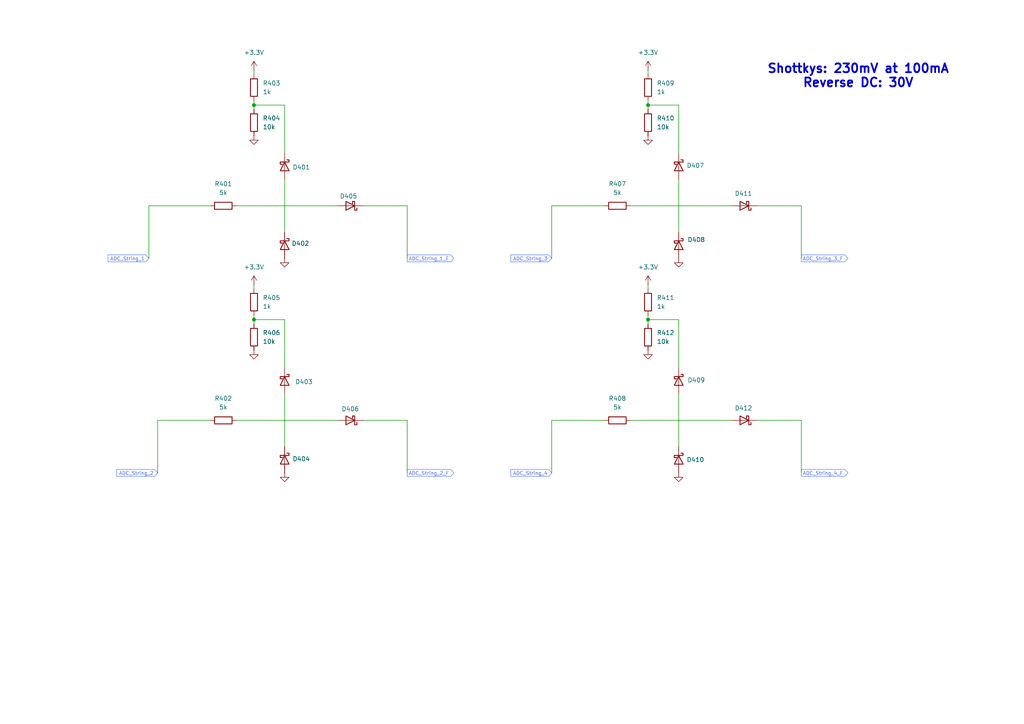
<source format=kicad_sch>
(kicad_sch
	(version 20231120)
	(generator "eeschema")
	(generator_version "8.0")
	(uuid "93a021b1-b216-4720-9f47-661b15bc4676")
	(paper "A4")
	(lib_symbols
		(symbol "Device:R"
			(pin_numbers hide)
			(pin_names
				(offset 0)
			)
			(exclude_from_sim no)
			(in_bom yes)
			(on_board yes)
			(property "Reference" "R"
				(at 2.032 0 90)
				(effects
					(font
						(size 1.27 1.27)
					)
				)
			)
			(property "Value" "R"
				(at 0 0 90)
				(effects
					(font
						(size 1.27 1.27)
					)
				)
			)
			(property "Footprint" ""
				(at -1.778 0 90)
				(effects
					(font
						(size 1.27 1.27)
					)
					(hide yes)
				)
			)
			(property "Datasheet" "~"
				(at 0 0 0)
				(effects
					(font
						(size 1.27 1.27)
					)
					(hide yes)
				)
			)
			(property "Description" "Resistor"
				(at 0 0 0)
				(effects
					(font
						(size 1.27 1.27)
					)
					(hide yes)
				)
			)
			(property "ki_keywords" "R res resistor"
				(at 0 0 0)
				(effects
					(font
						(size 1.27 1.27)
					)
					(hide yes)
				)
			)
			(property "ki_fp_filters" "R_*"
				(at 0 0 0)
				(effects
					(font
						(size 1.27 1.27)
					)
					(hide yes)
				)
			)
			(symbol "R_0_1"
				(rectangle
					(start -1.016 -2.54)
					(end 1.016 2.54)
					(stroke
						(width 0.254)
						(type default)
					)
					(fill
						(type none)
					)
				)
			)
			(symbol "R_1_1"
				(pin passive line
					(at 0 3.81 270)
					(length 1.27)
					(name "~"
						(effects
							(font
								(size 1.27 1.27)
							)
						)
					)
					(number "1"
						(effects
							(font
								(size 1.27 1.27)
							)
						)
					)
				)
				(pin passive line
					(at 0 -3.81 90)
					(length 1.27)
					(name "~"
						(effects
							(font
								(size 1.27 1.27)
							)
						)
					)
					(number "2"
						(effects
							(font
								(size 1.27 1.27)
							)
						)
					)
				)
			)
		)
		(symbol "Diode:MBR0520LT"
			(pin_numbers hide)
			(pin_names
				(offset 1.016) hide)
			(exclude_from_sim no)
			(in_bom yes)
			(on_board yes)
			(property "Reference" "D"
				(at 0 2.54 0)
				(effects
					(font
						(size 1.27 1.27)
					)
				)
			)
			(property "Value" "MBR0520LT"
				(at 0 -2.54 0)
				(effects
					(font
						(size 1.27 1.27)
					)
				)
			)
			(property "Footprint" "Diode_SMD:D_SOD-123"
				(at 0 -4.445 0)
				(effects
					(font
						(size 1.27 1.27)
					)
					(hide yes)
				)
			)
			(property "Datasheet" "http://www.onsemi.com/pub_link/Collateral/MBR0520LT1-D.PDF"
				(at 0 0 0)
				(effects
					(font
						(size 1.27 1.27)
					)
					(hide yes)
				)
			)
			(property "Description" "20V 0.5A Schottky Power Rectifier Diode, SOD-123"
				(at 0 0 0)
				(effects
					(font
						(size 1.27 1.27)
					)
					(hide yes)
				)
			)
			(property "ki_keywords" "diode Schottky"
				(at 0 0 0)
				(effects
					(font
						(size 1.27 1.27)
					)
					(hide yes)
				)
			)
			(property "ki_fp_filters" "D*SOD?123*"
				(at 0 0 0)
				(effects
					(font
						(size 1.27 1.27)
					)
					(hide yes)
				)
			)
			(symbol "MBR0520LT_0_1"
				(polyline
					(pts
						(xy 1.27 0) (xy -1.27 0)
					)
					(stroke
						(width 0)
						(type default)
					)
					(fill
						(type none)
					)
				)
				(polyline
					(pts
						(xy 1.27 1.27) (xy 1.27 -1.27) (xy -1.27 0) (xy 1.27 1.27)
					)
					(stroke
						(width 0.254)
						(type default)
					)
					(fill
						(type none)
					)
				)
				(polyline
					(pts
						(xy -1.905 0.635) (xy -1.905 1.27) (xy -1.27 1.27) (xy -1.27 -1.27) (xy -0.635 -1.27) (xy -0.635 -0.635)
					)
					(stroke
						(width 0.254)
						(type default)
					)
					(fill
						(type none)
					)
				)
			)
			(symbol "MBR0520LT_1_1"
				(pin passive line
					(at -3.81 0 0)
					(length 2.54)
					(name "K"
						(effects
							(font
								(size 1.27 1.27)
							)
						)
					)
					(number "1"
						(effects
							(font
								(size 1.27 1.27)
							)
						)
					)
				)
				(pin passive line
					(at 3.81 0 180)
					(length 2.54)
					(name "A"
						(effects
							(font
								(size 1.27 1.27)
							)
						)
					)
					(number "2"
						(effects
							(font
								(size 1.27 1.27)
							)
						)
					)
				)
			)
		)
		(symbol "power:+3.3V"
			(power)
			(pin_numbers hide)
			(pin_names
				(offset 0) hide)
			(exclude_from_sim no)
			(in_bom yes)
			(on_board yes)
			(property "Reference" "#PWR"
				(at 0 -3.81 0)
				(effects
					(font
						(size 1.27 1.27)
					)
					(hide yes)
				)
			)
			(property "Value" "+3.3V"
				(at 0 3.556 0)
				(effects
					(font
						(size 1.27 1.27)
					)
				)
			)
			(property "Footprint" ""
				(at 0 0 0)
				(effects
					(font
						(size 1.27 1.27)
					)
					(hide yes)
				)
			)
			(property "Datasheet" ""
				(at 0 0 0)
				(effects
					(font
						(size 1.27 1.27)
					)
					(hide yes)
				)
			)
			(property "Description" "Power symbol creates a global label with name \"+3.3V\""
				(at 0 0 0)
				(effects
					(font
						(size 1.27 1.27)
					)
					(hide yes)
				)
			)
			(property "ki_keywords" "global power"
				(at 0 0 0)
				(effects
					(font
						(size 1.27 1.27)
					)
					(hide yes)
				)
			)
			(symbol "+3.3V_0_1"
				(polyline
					(pts
						(xy -0.762 1.27) (xy 0 2.54)
					)
					(stroke
						(width 0)
						(type default)
					)
					(fill
						(type none)
					)
				)
				(polyline
					(pts
						(xy 0 0) (xy 0 2.54)
					)
					(stroke
						(width 0)
						(type default)
					)
					(fill
						(type none)
					)
				)
				(polyline
					(pts
						(xy 0 2.54) (xy 0.762 1.27)
					)
					(stroke
						(width 0)
						(type default)
					)
					(fill
						(type none)
					)
				)
			)
			(symbol "+3.3V_1_1"
				(pin power_in line
					(at 0 0 90)
					(length 0)
					(name "~"
						(effects
							(font
								(size 1.27 1.27)
							)
						)
					)
					(number "1"
						(effects
							(font
								(size 1.27 1.27)
							)
						)
					)
				)
			)
		)
		(symbol "power:GND"
			(power)
			(pin_numbers hide)
			(pin_names
				(offset 0) hide)
			(exclude_from_sim no)
			(in_bom yes)
			(on_board yes)
			(property "Reference" "#PWR"
				(at 0 -6.35 0)
				(effects
					(font
						(size 1.27 1.27)
					)
					(hide yes)
				)
			)
			(property "Value" "GND"
				(at 0 -3.81 0)
				(effects
					(font
						(size 1.27 1.27)
					)
				)
			)
			(property "Footprint" ""
				(at 0 0 0)
				(effects
					(font
						(size 1.27 1.27)
					)
					(hide yes)
				)
			)
			(property "Datasheet" ""
				(at 0 0 0)
				(effects
					(font
						(size 1.27 1.27)
					)
					(hide yes)
				)
			)
			(property "Description" "Power symbol creates a global label with name \"GND\" , ground"
				(at 0 0 0)
				(effects
					(font
						(size 1.27 1.27)
					)
					(hide yes)
				)
			)
			(property "ki_keywords" "global power"
				(at 0 0 0)
				(effects
					(font
						(size 1.27 1.27)
					)
					(hide yes)
				)
			)
			(symbol "GND_0_1"
				(polyline
					(pts
						(xy 0 0) (xy 0 -1.27) (xy 1.27 -1.27) (xy 0 -2.54) (xy -1.27 -1.27) (xy 0 -1.27)
					)
					(stroke
						(width 0)
						(type default)
					)
					(fill
						(type none)
					)
				)
			)
			(symbol "GND_1_1"
				(pin power_in line
					(at 0 0 270)
					(length 0)
					(name "~"
						(effects
							(font
								(size 1.27 1.27)
							)
						)
					)
					(number "1"
						(effects
							(font
								(size 1.27 1.27)
							)
						)
					)
				)
			)
		)
	)
	(junction
		(at 73.66 92.71)
		(diameter 0)
		(color 0 0 0 0)
		(uuid "1154260b-4de5-4f53-beaf-d95da6cbcda8")
	)
	(junction
		(at 73.66 30.48)
		(diameter 0)
		(color 0 0 0 0)
		(uuid "3388618d-d1ca-4c65-a791-2cbd460af2c5")
	)
	(junction
		(at 187.96 92.71)
		(diameter 0)
		(color 0 0 0 0)
		(uuid "464024e2-5bc5-4883-bcb5-29e53aaec843")
	)
	(junction
		(at 187.96 30.48)
		(diameter 0)
		(color 0 0 0 0)
		(uuid "8cb36645-71e6-4c17-89ad-60c2b5899de0")
	)
	(wire
		(pts
			(xy 73.66 30.48) (xy 73.66 31.75)
		)
		(stroke
			(width 0)
			(type default)
		)
		(uuid "12fdf821-4ac7-463f-ae78-8aafccbe7424")
	)
	(wire
		(pts
			(xy 82.55 114.3) (xy 82.55 129.54)
		)
		(stroke
			(width 0)
			(type default)
		)
		(uuid "166fe842-cc4a-4c9e-8407-69eca1d847fd")
	)
	(wire
		(pts
			(xy 73.66 92.71) (xy 82.55 92.71)
		)
		(stroke
			(width 0)
			(type default)
		)
		(uuid "19dc63f6-712b-46b9-9856-0be094a6ebd1")
	)
	(wire
		(pts
			(xy 160.02 74.93) (xy 160.02 59.69)
		)
		(stroke
			(width 0)
			(type default)
		)
		(uuid "1daef133-7ccd-4d56-976a-d6036cbd4f62")
	)
	(wire
		(pts
			(xy 182.88 121.92) (xy 212.09 121.92)
		)
		(stroke
			(width 0)
			(type default)
		)
		(uuid "1eeadf5e-6fd9-4978-b08b-c36a6c294b18")
	)
	(wire
		(pts
			(xy 160.02 59.69) (xy 175.26 59.69)
		)
		(stroke
			(width 0)
			(type default)
		)
		(uuid "22cad634-0dbd-4ede-b45e-89df534c05e4")
	)
	(wire
		(pts
			(xy 196.85 30.48) (xy 196.85 44.45)
		)
		(stroke
			(width 0)
			(type default)
		)
		(uuid "269a3a00-bed3-4b84-82cc-a8bb4f5af329")
	)
	(wire
		(pts
			(xy 105.41 59.69) (xy 118.11 59.69)
		)
		(stroke
			(width 0)
			(type default)
		)
		(uuid "28ba9c5d-7169-465f-b00a-475e6dd42196")
	)
	(wire
		(pts
			(xy 182.88 59.69) (xy 212.09 59.69)
		)
		(stroke
			(width 0)
			(type default)
		)
		(uuid "2b828bcd-d1e7-4a67-8103-55359aa8b2a6")
	)
	(wire
		(pts
			(xy 73.66 82.55) (xy 73.66 83.82)
		)
		(stroke
			(width 0)
			(type default)
		)
		(uuid "2cd22031-229a-4da4-bf3f-d0fd31a843b4")
	)
	(wire
		(pts
			(xy 232.41 121.92) (xy 232.41 137.16)
		)
		(stroke
			(width 0)
			(type default)
		)
		(uuid "39f19367-c581-40e1-8bee-de9db0a354cb")
	)
	(wire
		(pts
			(xy 187.96 30.48) (xy 187.96 31.75)
		)
		(stroke
			(width 0)
			(type default)
		)
		(uuid "445ecaea-423a-4603-874a-dc794e49a890")
	)
	(wire
		(pts
			(xy 73.66 20.32) (xy 73.66 21.59)
		)
		(stroke
			(width 0)
			(type default)
		)
		(uuid "4a0abee1-727f-4247-b675-439294f058c4")
	)
	(wire
		(pts
			(xy 187.96 30.48) (xy 196.85 30.48)
		)
		(stroke
			(width 0)
			(type default)
		)
		(uuid "52cf09a3-e3dc-4fc7-8fe3-9f3c2e7588bb")
	)
	(wire
		(pts
			(xy 118.11 59.69) (xy 118.11 74.93)
		)
		(stroke
			(width 0)
			(type default)
		)
		(uuid "55882ce1-a7a0-43df-adbe-1d4807894424")
	)
	(wire
		(pts
			(xy 82.55 92.71) (xy 82.55 106.68)
		)
		(stroke
			(width 0)
			(type default)
		)
		(uuid "56b96feb-79b2-4fe7-945b-55423b6a6436")
	)
	(wire
		(pts
			(xy 105.41 121.92) (xy 118.11 121.92)
		)
		(stroke
			(width 0)
			(type default)
		)
		(uuid "571298fb-7fef-4760-870f-ae087a9f9a94")
	)
	(wire
		(pts
			(xy 82.55 30.48) (xy 82.55 44.45)
		)
		(stroke
			(width 0)
			(type default)
		)
		(uuid "69a75870-9887-4b8c-bb22-693076444583")
	)
	(wire
		(pts
			(xy 68.58 59.69) (xy 97.79 59.69)
		)
		(stroke
			(width 0)
			(type default)
		)
		(uuid "84618f1f-abe6-4f33-a576-140aaea46f46")
	)
	(wire
		(pts
			(xy 73.66 92.71) (xy 73.66 93.98)
		)
		(stroke
			(width 0)
			(type default)
		)
		(uuid "8b512d55-c2f4-4011-a281-7f7597fbc268")
	)
	(wire
		(pts
			(xy 160.02 137.16) (xy 160.02 121.92)
		)
		(stroke
			(width 0)
			(type default)
		)
		(uuid "8e410497-5bd4-44f2-a5ad-06a415bc4d90")
	)
	(wire
		(pts
			(xy 68.58 121.92) (xy 97.79 121.92)
		)
		(stroke
			(width 0)
			(type default)
		)
		(uuid "9363d648-8c06-4c0a-ab95-196c488f92af")
	)
	(wire
		(pts
			(xy 73.66 29.21) (xy 73.66 30.48)
		)
		(stroke
			(width 0)
			(type default)
		)
		(uuid "95489080-3416-4071-b2fc-ef6550235caa")
	)
	(wire
		(pts
			(xy 219.71 121.92) (xy 232.41 121.92)
		)
		(stroke
			(width 0)
			(type default)
		)
		(uuid "983309f2-258c-4b24-83c9-8d0b55180d08")
	)
	(wire
		(pts
			(xy 160.02 121.92) (xy 175.26 121.92)
		)
		(stroke
			(width 0)
			(type default)
		)
		(uuid "98d88c5b-406c-4204-b1a4-fac974aa0842")
	)
	(wire
		(pts
			(xy 187.96 20.32) (xy 187.96 21.59)
		)
		(stroke
			(width 0)
			(type default)
		)
		(uuid "98fc2e09-1ad2-4dec-a3a8-55e832b2386f")
	)
	(wire
		(pts
			(xy 187.96 92.71) (xy 187.96 93.98)
		)
		(stroke
			(width 0)
			(type default)
		)
		(uuid "9989fd74-3d29-4d38-b1f9-e998d4ab1da2")
	)
	(wire
		(pts
			(xy 196.85 92.71) (xy 196.85 106.68)
		)
		(stroke
			(width 0)
			(type default)
		)
		(uuid "a2e99307-3533-4b6d-a202-4e08c480f926")
	)
	(wire
		(pts
			(xy 187.96 82.55) (xy 187.96 83.82)
		)
		(stroke
			(width 0)
			(type default)
		)
		(uuid "a562303a-120d-4ecd-8bfc-63aa2414a7dc")
	)
	(wire
		(pts
			(xy 187.96 91.44) (xy 187.96 92.71)
		)
		(stroke
			(width 0)
			(type default)
		)
		(uuid "ac4998c1-f00e-4566-93e3-496945362ba8")
	)
	(wire
		(pts
			(xy 187.96 29.21) (xy 187.96 30.48)
		)
		(stroke
			(width 0)
			(type default)
		)
		(uuid "ad0eed6f-6afe-4197-be0f-a347ea388dbe")
	)
	(wire
		(pts
			(xy 196.85 52.07) (xy 196.85 67.31)
		)
		(stroke
			(width 0)
			(type default)
		)
		(uuid "ae629d1a-e4c5-4387-897e-933377dcde9c")
	)
	(wire
		(pts
			(xy 45.72 121.92) (xy 60.96 121.92)
		)
		(stroke
			(width 0)
			(type default)
		)
		(uuid "af4bedc6-7793-4480-bc38-4148861e9c9f")
	)
	(wire
		(pts
			(xy 232.41 59.69) (xy 232.41 74.93)
		)
		(stroke
			(width 0)
			(type default)
		)
		(uuid "af718b49-0a04-44cc-8c99-f6c741623dd7")
	)
	(wire
		(pts
			(xy 73.66 91.44) (xy 73.66 92.71)
		)
		(stroke
			(width 0)
			(type default)
		)
		(uuid "c1549abd-34d8-4d2c-95c0-82a325a703af")
	)
	(wire
		(pts
			(xy 45.72 137.16) (xy 45.72 121.92)
		)
		(stroke
			(width 0)
			(type default)
		)
		(uuid "c88daaac-2dec-4768-a218-d895c4ea06c2")
	)
	(wire
		(pts
			(xy 73.66 30.48) (xy 82.55 30.48)
		)
		(stroke
			(width 0)
			(type default)
		)
		(uuid "c9dc7c7b-3f56-4936-bb4d-f088b4b2e643")
	)
	(wire
		(pts
			(xy 187.96 92.71) (xy 196.85 92.71)
		)
		(stroke
			(width 0)
			(type default)
		)
		(uuid "cd1a6aad-df08-4ef4-a771-eb4c8ac6da35")
	)
	(wire
		(pts
			(xy 219.71 59.69) (xy 232.41 59.69)
		)
		(stroke
			(width 0)
			(type default)
		)
		(uuid "dad4c755-ea73-44b5-86a9-efa3108bb7ee")
	)
	(wire
		(pts
			(xy 118.11 121.92) (xy 118.11 137.16)
		)
		(stroke
			(width 0)
			(type default)
		)
		(uuid "e7645fda-e6d0-4778-b68f-388a8c041f6d")
	)
	(wire
		(pts
			(xy 43.18 59.69) (xy 60.96 59.69)
		)
		(stroke
			(width 0)
			(type default)
		)
		(uuid "e79a2d3f-70d0-4eab-875b-01eee19695a2")
	)
	(wire
		(pts
			(xy 82.55 52.07) (xy 82.55 67.31)
		)
		(stroke
			(width 0)
			(type default)
		)
		(uuid "ec5ce8e7-daa6-492a-934c-3cc821d1b7ef")
	)
	(wire
		(pts
			(xy 43.18 74.93) (xy 43.18 59.69)
		)
		(stroke
			(width 0)
			(type default)
		)
		(uuid "f1b82fe9-bbc0-46bf-964c-de45f835070a")
	)
	(wire
		(pts
			(xy 196.85 114.3) (xy 196.85 129.54)
		)
		(stroke
			(width 0)
			(type default)
		)
		(uuid "ffde6832-6cd0-4bfe-af5a-f296ad4891a3")
	)
	(text "Shottkys: 230mV at 100mA\nReverse DC: 30V\n\n"
		(exclude_from_sim no)
		(at 248.92 24.13 0)
		(effects
			(font
				(size 2.54 2.54)
				(thickness 0.508)
				(bold yes)
			)
		)
		(uuid "9b32ea21-c408-4f6b-84aa-92fc8b167e07")
	)
	(global_label "ADC_String_1_F"
		(shape output)
		(at 118.11 74.93 0)
		(fields_autoplaced yes)
		(effects
			(font
				(size 1.016 1.016)
				(color 96 126 255 1)
			)
			(justify left)
		)
		(uuid "2f87814d-1780-4b57-8e38-348ea2441071")
		(property "Intersheetrefs" "${INTERSHEET_REFS}"
			(at 132.061 74.93 0)
			(effects
				(font
					(size 1.27 1.27)
				)
				(justify left)
				(hide yes)
			)
		)
	)
	(global_label "ADC_String_4_F"
		(shape output)
		(at 232.41 137.16 0)
		(fields_autoplaced yes)
		(effects
			(font
				(size 1.016 1.016)
				(color 96 126 255 1)
			)
			(justify left)
		)
		(uuid "5ada358c-421b-4df6-927b-f3bbe6a4e907")
		(property "Intersheetrefs" "${INTERSHEET_REFS}"
			(at 246.361 137.16 0)
			(effects
				(font
					(size 1.27 1.27)
				)
				(justify left)
				(hide yes)
			)
		)
	)
	(global_label "ADC_String_1"
		(shape input)
		(at 43.18 74.93 180)
		(fields_autoplaced yes)
		(effects
			(font
				(size 1.016 1.016)
				(color 96 126 255 1)
			)
			(justify right)
		)
		(uuid "81e71c81-1402-4611-8de0-2d69d68672b0")
		(property "Intersheetrefs" "${INTERSHEET_REFS}"
			(at 30.874 74.93 0)
			(effects
				(font
					(size 1.27 1.27)
				)
				(justify right)
				(hide yes)
			)
		)
	)
	(global_label "ADC_String_3"
		(shape input)
		(at 160.02 74.93 180)
		(fields_autoplaced yes)
		(effects
			(font
				(size 1.016 1.016)
				(color 96 126 255 1)
			)
			(justify right)
		)
		(uuid "bdec06dc-2fb1-4634-b96f-7f65041198ba")
		(property "Intersheetrefs" "${INTERSHEET_REFS}"
			(at 147.714 74.93 0)
			(effects
				(font
					(size 1.27 1.27)
				)
				(justify right)
				(hide yes)
			)
		)
	)
	(global_label "ADC_String_3_F"
		(shape output)
		(at 232.41 74.93 0)
		(fields_autoplaced yes)
		(effects
			(font
				(size 1.016 1.016)
				(color 96 126 255 1)
			)
			(justify left)
		)
		(uuid "d777baa6-26f8-4766-9d78-1ed6dda53c2c")
		(property "Intersheetrefs" "${INTERSHEET_REFS}"
			(at 246.361 74.93 0)
			(effects
				(font
					(size 1.27 1.27)
				)
				(justify left)
				(hide yes)
			)
		)
	)
	(global_label "ADC_String_2_F"
		(shape output)
		(at 118.11 137.16 0)
		(fields_autoplaced yes)
		(effects
			(font
				(size 1.016 1.016)
				(color 96 126 255 1)
			)
			(justify left)
		)
		(uuid "f918a931-8ee2-4452-a08a-4c29435a0a4b")
		(property "Intersheetrefs" "${INTERSHEET_REFS}"
			(at 132.061 137.16 0)
			(effects
				(font
					(size 1.27 1.27)
				)
				(justify left)
				(hide yes)
			)
		)
	)
	(global_label "ADC_String_4"
		(shape input)
		(at 160.02 137.16 180)
		(fields_autoplaced yes)
		(effects
			(font
				(size 1.016 1.016)
				(color 96 126 255 1)
			)
			(justify right)
		)
		(uuid "f9fb4f3e-9e36-4125-bf10-5c79906de331")
		(property "Intersheetrefs" "${INTERSHEET_REFS}"
			(at 147.714 137.16 0)
			(effects
				(font
					(size 1.27 1.27)
				)
				(justify right)
				(hide yes)
			)
		)
	)
	(global_label "ADC_String_2"
		(shape input)
		(at 45.72 137.16 180)
		(fields_autoplaced yes)
		(effects
			(font
				(size 1.016 1.016)
				(color 96 126 255 1)
			)
			(justify right)
		)
		(uuid "fa480c6c-1acc-4404-bcdb-0a69f0cd1fd7")
		(property "Intersheetrefs" "${INTERSHEET_REFS}"
			(at 33.414 137.16 0)
			(effects
				(font
					(size 1.27 1.27)
				)
				(justify right)
				(hide yes)
			)
		)
	)
	(symbol
		(lib_id "Device:R")
		(at 187.96 97.79 0)
		(unit 1)
		(exclude_from_sim no)
		(in_bom yes)
		(on_board yes)
		(dnp no)
		(fields_autoplaced yes)
		(uuid "122cbf98-027d-43f7-81c5-93278e0d76af")
		(property "Reference" "R412"
			(at 190.5 96.5199 0)
			(effects
				(font
					(size 1.27 1.27)
				)
				(justify left)
			)
		)
		(property "Value" "10k"
			(at 190.5 99.0599 0)
			(effects
				(font
					(size 1.27 1.27)
				)
				(justify left)
			)
		)
		(property "Footprint" "Resistor_SMD:R_0402_1005Metric"
			(at 186.182 97.79 90)
			(effects
				(font
					(size 1.27 1.27)
				)
				(hide yes)
			)
		)
		(property "Datasheet" "~"
			(at 187.96 97.79 0)
			(effects
				(font
					(size 1.27 1.27)
				)
				(hide yes)
			)
		)
		(property "Description" "Resistor"
			(at 187.96 97.79 0)
			(effects
				(font
					(size 1.27 1.27)
				)
				(hide yes)
			)
		)
		(pin "2"
			(uuid "b8fb9892-3bfd-4c56-9027-9ff425a2639c")
		)
		(pin "1"
			(uuid "ae35d3ce-f08a-4a7c-a8b1-dde76bc6d377")
		)
		(instances
			(project "ControllerPCB"
				(path "/b6b9154e-ee88-44ea-8b68-6c4328b55066/44e99b32-e94b-4b9c-bea5-deebb75b5e0a"
					(reference "R412")
					(unit 1)
				)
			)
		)
	)
	(symbol
		(lib_id "Diode:MBR0520LT")
		(at 82.55 133.35 270)
		(unit 1)
		(exclude_from_sim no)
		(in_bom yes)
		(on_board yes)
		(dnp no)
		(uuid "1bb391df-f6e6-49e6-9c4a-33d343a3cb56")
		(property "Reference" "D404"
			(at 84.836 133.096 90)
			(effects
				(font
					(size 1.27 1.27)
				)
				(justify left)
			)
		)
		(property "Value" "MBR0520LT"
			(at 85.09 134.3024 90)
			(effects
				(font
					(size 1.27 1.27)
				)
				(justify left)
				(hide yes)
			)
		)
		(property "Footprint" "Diode_SMD:D_SOD-123"
			(at 78.105 133.35 0)
			(effects
				(font
					(size 1.27 1.27)
				)
				(hide yes)
			)
		)
		(property "Datasheet" "http://www.onsemi.com/pub_link/Collateral/MBR0520LT1-D.PDF"
			(at 82.55 133.35 0)
			(effects
				(font
					(size 1.27 1.27)
				)
				(hide yes)
			)
		)
		(property "Description" "20V 0.5A Schottky Power Rectifier Diode, SOD-123"
			(at 82.55 133.35 0)
			(effects
				(font
					(size 1.27 1.27)
				)
				(hide yes)
			)
		)
		(pin "2"
			(uuid "fea153c0-df1c-414f-a487-b222494040e6")
		)
		(pin "1"
			(uuid "6fae22b3-9a2a-41eb-9107-db86f5a552e3")
		)
		(instances
			(project "ControllerPCB"
				(path "/b6b9154e-ee88-44ea-8b68-6c4328b55066/44e99b32-e94b-4b9c-bea5-deebb75b5e0a"
					(reference "D404")
					(unit 1)
				)
			)
		)
	)
	(symbol
		(lib_id "Diode:MBR0520LT")
		(at 101.6 59.69 180)
		(unit 1)
		(exclude_from_sim no)
		(in_bom yes)
		(on_board yes)
		(dnp no)
		(uuid "1ee5009c-17db-4eca-977c-a5540ee96719")
		(property "Reference" "D405"
			(at 101.092 56.896 0)
			(effects
				(font
					(size 1.27 1.27)
				)
			)
		)
		(property "Value" "MBR0520LT"
			(at 101.9175 55.88 0)
			(effects
				(font
					(size 1.27 1.27)
				)
				(hide yes)
			)
		)
		(property "Footprint" "Diode_SMD:D_SOD-123"
			(at 101.6 55.245 0)
			(effects
				(font
					(size 1.27 1.27)
				)
				(hide yes)
			)
		)
		(property "Datasheet" "http://www.onsemi.com/pub_link/Collateral/MBR0520LT1-D.PDF"
			(at 101.6 59.69 0)
			(effects
				(font
					(size 1.27 1.27)
				)
				(hide yes)
			)
		)
		(property "Description" "20V 0.5A Schottky Power Rectifier Diode, SOD-123"
			(at 101.6 59.69 0)
			(effects
				(font
					(size 1.27 1.27)
				)
				(hide yes)
			)
		)
		(pin "2"
			(uuid "09563a3b-6822-4ff6-8c29-59a9c56f2221")
		)
		(pin "1"
			(uuid "d739e2e9-fb26-4621-a5f8-88febbd553c3")
		)
		(instances
			(project "ControllerPCB"
				(path "/b6b9154e-ee88-44ea-8b68-6c4328b55066/44e99b32-e94b-4b9c-bea5-deebb75b5e0a"
					(reference "D405")
					(unit 1)
				)
			)
		)
	)
	(symbol
		(lib_id "power:GND")
		(at 196.85 137.16 0)
		(unit 1)
		(exclude_from_sim no)
		(in_bom yes)
		(on_board yes)
		(dnp no)
		(fields_autoplaced yes)
		(uuid "210276bb-9568-4231-9021-a7f0ee1464aa")
		(property "Reference" "#PWR0412"
			(at 196.85 143.51 0)
			(effects
				(font
					(size 1.27 1.27)
				)
				(hide yes)
			)
		)
		(property "Value" "GND"
			(at 196.85 142.24 0)
			(effects
				(font
					(size 1.27 1.27)
				)
				(hide yes)
			)
		)
		(property "Footprint" ""
			(at 196.85 137.16 0)
			(effects
				(font
					(size 1.27 1.27)
				)
				(hide yes)
			)
		)
		(property "Datasheet" ""
			(at 196.85 137.16 0)
			(effects
				(font
					(size 1.27 1.27)
				)
				(hide yes)
			)
		)
		(property "Description" "Power symbol creates a global label with name \"GND\" , ground"
			(at 196.85 137.16 0)
			(effects
				(font
					(size 1.27 1.27)
				)
				(hide yes)
			)
		)
		(pin "1"
			(uuid "b1c231ed-39d0-4610-91f9-1df2a20fe880")
		)
		(instances
			(project "ControllerPCB"
				(path "/b6b9154e-ee88-44ea-8b68-6c4328b55066/44e99b32-e94b-4b9c-bea5-deebb75b5e0a"
					(reference "#PWR0412")
					(unit 1)
				)
			)
		)
	)
	(symbol
		(lib_id "Diode:MBR0520LT")
		(at 215.9 121.92 180)
		(unit 1)
		(exclude_from_sim no)
		(in_bom yes)
		(on_board yes)
		(dnp no)
		(uuid "25b607d2-fb94-4c11-9d75-1f36affdb435")
		(property "Reference" "D412"
			(at 215.646 118.364 0)
			(effects
				(font
					(size 1.27 1.27)
				)
			)
		)
		(property "Value" "MBR0520LT"
			(at 216.2175 118.11 0)
			(effects
				(font
					(size 1.27 1.27)
				)
				(hide yes)
			)
		)
		(property "Footprint" "Diode_SMD:D_SOD-123"
			(at 215.9 117.475 0)
			(effects
				(font
					(size 1.27 1.27)
				)
				(hide yes)
			)
		)
		(property "Datasheet" "http://www.onsemi.com/pub_link/Collateral/MBR0520LT1-D.PDF"
			(at 215.9 121.92 0)
			(effects
				(font
					(size 1.27 1.27)
				)
				(hide yes)
			)
		)
		(property "Description" "20V 0.5A Schottky Power Rectifier Diode, SOD-123"
			(at 215.9 121.92 0)
			(effects
				(font
					(size 1.27 1.27)
				)
				(hide yes)
			)
		)
		(pin "2"
			(uuid "1be60243-4fc3-4676-88a3-d86f5cd778a6")
		)
		(pin "1"
			(uuid "0f95127c-4a41-48ab-b71e-880f3edd5b46")
		)
		(instances
			(project "ControllerPCB"
				(path "/b6b9154e-ee88-44ea-8b68-6c4328b55066/44e99b32-e94b-4b9c-bea5-deebb75b5e0a"
					(reference "D412")
					(unit 1)
				)
			)
		)
	)
	(symbol
		(lib_id "Device:R")
		(at 64.77 121.92 90)
		(unit 1)
		(exclude_from_sim no)
		(in_bom yes)
		(on_board yes)
		(dnp no)
		(fields_autoplaced yes)
		(uuid "2ba23126-7657-4b81-85f4-1b9b1ec2a70d")
		(property "Reference" "R402"
			(at 64.77 115.57 90)
			(effects
				(font
					(size 1.27 1.27)
				)
			)
		)
		(property "Value" "5k"
			(at 64.77 118.11 90)
			(effects
				(font
					(size 1.27 1.27)
				)
			)
		)
		(property "Footprint" "Resistor_SMD:R_0402_1005Metric"
			(at 64.77 123.698 90)
			(effects
				(font
					(size 1.27 1.27)
				)
				(hide yes)
			)
		)
		(property "Datasheet" "~"
			(at 64.77 121.92 0)
			(effects
				(font
					(size 1.27 1.27)
				)
				(hide yes)
			)
		)
		(property "Description" "Resistor"
			(at 64.77 121.92 0)
			(effects
				(font
					(size 1.27 1.27)
				)
				(hide yes)
			)
		)
		(pin "2"
			(uuid "54498817-6b86-4bf1-8ff7-114ab3380412")
		)
		(pin "1"
			(uuid "74cb54c9-bc23-4529-b27c-1e6e94831d4c")
		)
		(instances
			(project "ControllerPCB"
				(path "/b6b9154e-ee88-44ea-8b68-6c4328b55066/44e99b32-e94b-4b9c-bea5-deebb75b5e0a"
					(reference "R402")
					(unit 1)
				)
			)
		)
	)
	(symbol
		(lib_id "Diode:MBR0520LT")
		(at 196.85 133.35 270)
		(unit 1)
		(exclude_from_sim no)
		(in_bom yes)
		(on_board yes)
		(dnp no)
		(uuid "2cdaf7c5-bea9-475e-b957-06d4a5d8299f")
		(property "Reference" "D410"
			(at 199.136 133.35 90)
			(effects
				(font
					(size 1.27 1.27)
				)
				(justify left)
			)
		)
		(property "Value" "MBR0520LT"
			(at 199.39 134.3024 90)
			(effects
				(font
					(size 1.27 1.27)
				)
				(justify left)
				(hide yes)
			)
		)
		(property "Footprint" "Diode_SMD:D_SOD-123"
			(at 192.405 133.35 0)
			(effects
				(font
					(size 1.27 1.27)
				)
				(hide yes)
			)
		)
		(property "Datasheet" "http://www.onsemi.com/pub_link/Collateral/MBR0520LT1-D.PDF"
			(at 196.85 133.35 0)
			(effects
				(font
					(size 1.27 1.27)
				)
				(hide yes)
			)
		)
		(property "Description" "20V 0.5A Schottky Power Rectifier Diode, SOD-123"
			(at 196.85 133.35 0)
			(effects
				(font
					(size 1.27 1.27)
				)
				(hide yes)
			)
		)
		(pin "2"
			(uuid "be444c2a-3a24-46b4-93af-0a455b734ea7")
		)
		(pin "1"
			(uuid "bd596b21-d2b9-4909-8e1f-3b5c8a3dfcbe")
		)
		(instances
			(project "ControllerPCB"
				(path "/b6b9154e-ee88-44ea-8b68-6c4328b55066/44e99b32-e94b-4b9c-bea5-deebb75b5e0a"
					(reference "D410")
					(unit 1)
				)
			)
		)
	)
	(symbol
		(lib_id "Device:R")
		(at 73.66 25.4 0)
		(unit 1)
		(exclude_from_sim no)
		(in_bom yes)
		(on_board yes)
		(dnp no)
		(fields_autoplaced yes)
		(uuid "3a641fe7-44a7-40d3-824f-47184f87154a")
		(property "Reference" "R403"
			(at 76.2 24.1299 0)
			(effects
				(font
					(size 1.27 1.27)
				)
				(justify left)
			)
		)
		(property "Value" "1k"
			(at 76.2 26.6699 0)
			(effects
				(font
					(size 1.27 1.27)
				)
				(justify left)
			)
		)
		(property "Footprint" "Resistor_SMD:R_0402_1005Metric"
			(at 71.882 25.4 90)
			(effects
				(font
					(size 1.27 1.27)
				)
				(hide yes)
			)
		)
		(property "Datasheet" "~"
			(at 73.66 25.4 0)
			(effects
				(font
					(size 1.27 1.27)
				)
				(hide yes)
			)
		)
		(property "Description" "Resistor"
			(at 73.66 25.4 0)
			(effects
				(font
					(size 1.27 1.27)
				)
				(hide yes)
			)
		)
		(pin "2"
			(uuid "ba2654cb-71a4-4600-8c83-8dbaef062a8f")
		)
		(pin "1"
			(uuid "73f16442-533e-4572-aaef-7cd1f6c3ec3b")
		)
		(instances
			(project "ControllerPCB"
				(path "/b6b9154e-ee88-44ea-8b68-6c4328b55066/44e99b32-e94b-4b9c-bea5-deebb75b5e0a"
					(reference "R403")
					(unit 1)
				)
			)
		)
	)
	(symbol
		(lib_id "Diode:MBR0520LT")
		(at 196.85 48.26 270)
		(unit 1)
		(exclude_from_sim no)
		(in_bom yes)
		(on_board yes)
		(dnp no)
		(uuid "3e7a671d-11a9-44e0-bbde-c609320dd5ef")
		(property "Reference" "D407"
			(at 199.136 48.006 90)
			(effects
				(font
					(size 1.27 1.27)
				)
				(justify left)
			)
		)
		(property "Value" "MBR0520LT"
			(at 199.39 49.2124 90)
			(effects
				(font
					(size 1.27 1.27)
				)
				(justify left)
				(hide yes)
			)
		)
		(property "Footprint" "Diode_SMD:D_SOD-123"
			(at 192.405 48.26 0)
			(effects
				(font
					(size 1.27 1.27)
				)
				(hide yes)
			)
		)
		(property "Datasheet" "http://www.onsemi.com/pub_link/Collateral/MBR0520LT1-D.PDF"
			(at 196.85 48.26 0)
			(effects
				(font
					(size 1.27 1.27)
				)
				(hide yes)
			)
		)
		(property "Description" "20V 0.5A Schottky Power Rectifier Diode, SOD-123"
			(at 196.85 48.26 0)
			(effects
				(font
					(size 1.27 1.27)
				)
				(hide yes)
			)
		)
		(pin "2"
			(uuid "c87d7524-222b-4e01-82e6-96fc533f6a5c")
		)
		(pin "1"
			(uuid "bc8dddfd-c1c9-494b-ab64-333096975167")
		)
		(instances
			(project "ControllerPCB"
				(path "/b6b9154e-ee88-44ea-8b68-6c4328b55066/44e99b32-e94b-4b9c-bea5-deebb75b5e0a"
					(reference "D407")
					(unit 1)
				)
			)
		)
	)
	(symbol
		(lib_id "Device:R")
		(at 73.66 87.63 0)
		(unit 1)
		(exclude_from_sim no)
		(in_bom yes)
		(on_board yes)
		(dnp no)
		(fields_autoplaced yes)
		(uuid "4136a113-fb80-47a7-94f6-76ceffc050df")
		(property "Reference" "R405"
			(at 76.2 86.3599 0)
			(effects
				(font
					(size 1.27 1.27)
				)
				(justify left)
			)
		)
		(property "Value" "1k"
			(at 76.2 88.8999 0)
			(effects
				(font
					(size 1.27 1.27)
				)
				(justify left)
			)
		)
		(property "Footprint" "Resistor_SMD:R_0402_1005Metric"
			(at 71.882 87.63 90)
			(effects
				(font
					(size 1.27 1.27)
				)
				(hide yes)
			)
		)
		(property "Datasheet" "~"
			(at 73.66 87.63 0)
			(effects
				(font
					(size 1.27 1.27)
				)
				(hide yes)
			)
		)
		(property "Description" "Resistor"
			(at 73.66 87.63 0)
			(effects
				(font
					(size 1.27 1.27)
				)
				(hide yes)
			)
		)
		(pin "2"
			(uuid "d204b06b-8ec8-4155-8ec8-d9f7b31c9290")
		)
		(pin "1"
			(uuid "31f909db-d5aa-4066-b335-137cb847e13d")
		)
		(instances
			(project "ControllerPCB"
				(path "/b6b9154e-ee88-44ea-8b68-6c4328b55066/44e99b32-e94b-4b9c-bea5-deebb75b5e0a"
					(reference "R405")
					(unit 1)
				)
			)
		)
	)
	(symbol
		(lib_id "Diode:MBR0520LT")
		(at 101.6 121.92 180)
		(unit 1)
		(exclude_from_sim no)
		(in_bom yes)
		(on_board yes)
		(dnp no)
		(uuid "41639a18-185a-453d-b6d0-ecb09eba7a60")
		(property "Reference" "D406"
			(at 101.6 118.618 0)
			(effects
				(font
					(size 1.27 1.27)
				)
			)
		)
		(property "Value" "MBR0520LT"
			(at 101.9175 118.11 0)
			(effects
				(font
					(size 1.27 1.27)
				)
				(hide yes)
			)
		)
		(property "Footprint" "Diode_SMD:D_SOD-123"
			(at 101.6 117.475 0)
			(effects
				(font
					(size 1.27 1.27)
				)
				(hide yes)
			)
		)
		(property "Datasheet" "http://www.onsemi.com/pub_link/Collateral/MBR0520LT1-D.PDF"
			(at 101.6 121.92 0)
			(effects
				(font
					(size 1.27 1.27)
				)
				(hide yes)
			)
		)
		(property "Description" "20V 0.5A Schottky Power Rectifier Diode, SOD-123"
			(at 101.6 121.92 0)
			(effects
				(font
					(size 1.27 1.27)
				)
				(hide yes)
			)
		)
		(pin "2"
			(uuid "94ac3360-53c1-4206-828a-295d74d90585")
		)
		(pin "1"
			(uuid "4e313984-3790-461e-81d8-d0f9d626b592")
		)
		(instances
			(project "ControllerPCB"
				(path "/b6b9154e-ee88-44ea-8b68-6c4328b55066/44e99b32-e94b-4b9c-bea5-deebb75b5e0a"
					(reference "D406")
					(unit 1)
				)
			)
		)
	)
	(symbol
		(lib_id "Diode:MBR0520LT")
		(at 82.55 110.49 270)
		(unit 1)
		(exclude_from_sim no)
		(in_bom yes)
		(on_board yes)
		(dnp no)
		(uuid "46d31811-e668-4dad-9149-4759d21a614c")
		(property "Reference" "D403"
			(at 85.598 110.744 90)
			(effects
				(font
					(size 1.27 1.27)
				)
				(justify left)
			)
		)
		(property "Value" "MBR0520LT"
			(at 85.09 111.4424 90)
			(effects
				(font
					(size 1.27 1.27)
				)
				(justify left)
				(hide yes)
			)
		)
		(property "Footprint" "Diode_SMD:D_SOD-123"
			(at 78.105 110.49 0)
			(effects
				(font
					(size 1.27 1.27)
				)
				(hide yes)
			)
		)
		(property "Datasheet" "http://www.onsemi.com/pub_link/Collateral/MBR0520LT1-D.PDF"
			(at 82.55 110.49 0)
			(effects
				(font
					(size 1.27 1.27)
				)
				(hide yes)
			)
		)
		(property "Description" "20V 0.5A Schottky Power Rectifier Diode, SOD-123"
			(at 82.55 110.49 0)
			(effects
				(font
					(size 1.27 1.27)
				)
				(hide yes)
			)
		)
		(pin "2"
			(uuid "df64e344-6a70-4ead-b6d4-eab8ffb3cfcf")
		)
		(pin "1"
			(uuid "c6da0058-cd6c-4756-8231-86d082488add")
		)
		(instances
			(project "ControllerPCB"
				(path "/b6b9154e-ee88-44ea-8b68-6c4328b55066/44e99b32-e94b-4b9c-bea5-deebb75b5e0a"
					(reference "D403")
					(unit 1)
				)
			)
		)
	)
	(symbol
		(lib_id "Device:R")
		(at 64.77 59.69 90)
		(unit 1)
		(exclude_from_sim no)
		(in_bom yes)
		(on_board yes)
		(dnp no)
		(fields_autoplaced yes)
		(uuid "4e75bc35-1fcd-4ca6-add8-a5510060a6dd")
		(property "Reference" "R401"
			(at 64.77 53.34 90)
			(effects
				(font
					(size 1.27 1.27)
				)
			)
		)
		(property "Value" "5k"
			(at 64.77 55.88 90)
			(effects
				(font
					(size 1.27 1.27)
				)
			)
		)
		(property "Footprint" "Resistor_SMD:R_0402_1005Metric"
			(at 64.77 61.468 90)
			(effects
				(font
					(size 1.27 1.27)
				)
				(hide yes)
			)
		)
		(property "Datasheet" "~"
			(at 64.77 59.69 0)
			(effects
				(font
					(size 1.27 1.27)
				)
				(hide yes)
			)
		)
		(property "Description" "Resistor"
			(at 64.77 59.69 0)
			(effects
				(font
					(size 1.27 1.27)
				)
				(hide yes)
			)
		)
		(pin "2"
			(uuid "d769cb36-bc47-4e97-b4d8-8b4841c35735")
		)
		(pin "1"
			(uuid "10653924-d926-4309-a374-07b57a7f2322")
		)
		(instances
			(project "ControllerPCB"
				(path "/b6b9154e-ee88-44ea-8b68-6c4328b55066/44e99b32-e94b-4b9c-bea5-deebb75b5e0a"
					(reference "R401")
					(unit 1)
				)
			)
		)
	)
	(symbol
		(lib_id "Diode:MBR0520LT")
		(at 82.55 48.26 270)
		(unit 1)
		(exclude_from_sim no)
		(in_bom yes)
		(on_board yes)
		(dnp no)
		(uuid "54328d7b-d18d-4244-9fe1-51d96eca049d")
		(property "Reference" "D401"
			(at 84.836 48.514 90)
			(effects
				(font
					(size 1.27 1.27)
				)
				(justify left)
			)
		)
		(property "Value" "MBR0520LT"
			(at 85.09 49.2124 90)
			(effects
				(font
					(size 1.27 1.27)
				)
				(justify left)
				(hide yes)
			)
		)
		(property "Footprint" "Diode_SMD:D_SOD-123"
			(at 78.105 48.26 0)
			(effects
				(font
					(size 1.27 1.27)
				)
				(hide yes)
			)
		)
		(property "Datasheet" "http://www.onsemi.com/pub_link/Collateral/MBR0520LT1-D.PDF"
			(at 82.55 48.26 0)
			(effects
				(font
					(size 1.27 1.27)
				)
				(hide yes)
			)
		)
		(property "Description" "20V 0.5A Schottky Power Rectifier Diode, SOD-123"
			(at 82.55 48.26 0)
			(effects
				(font
					(size 1.27 1.27)
				)
				(hide yes)
			)
		)
		(pin "2"
			(uuid "72500e38-04d9-4a02-a1b1-0705ddf64d54")
		)
		(pin "1"
			(uuid "89c6b095-e9a8-4788-9b7c-0d32ce821c2d")
		)
		(instances
			(project ""
				(path "/b6b9154e-ee88-44ea-8b68-6c4328b55066/44e99b32-e94b-4b9c-bea5-deebb75b5e0a"
					(reference "D401")
					(unit 1)
				)
			)
		)
	)
	(symbol
		(lib_id "power:GND")
		(at 187.96 101.6 0)
		(unit 1)
		(exclude_from_sim no)
		(in_bom yes)
		(on_board yes)
		(dnp no)
		(fields_autoplaced yes)
		(uuid "57cbf1a1-ebbd-46cb-9d91-9cc47341a343")
		(property "Reference" "#PWR0410"
			(at 187.96 107.95 0)
			(effects
				(font
					(size 1.27 1.27)
				)
				(hide yes)
			)
		)
		(property "Value" "GND"
			(at 187.96 106.68 0)
			(effects
				(font
					(size 1.27 1.27)
				)
				(hide yes)
			)
		)
		(property "Footprint" ""
			(at 187.96 101.6 0)
			(effects
				(font
					(size 1.27 1.27)
				)
				(hide yes)
			)
		)
		(property "Datasheet" ""
			(at 187.96 101.6 0)
			(effects
				(font
					(size 1.27 1.27)
				)
				(hide yes)
			)
		)
		(property "Description" "Power symbol creates a global label with name \"GND\" , ground"
			(at 187.96 101.6 0)
			(effects
				(font
					(size 1.27 1.27)
				)
				(hide yes)
			)
		)
		(pin "1"
			(uuid "6ebdc658-4650-44f3-8b7c-a0b189a75e39")
		)
		(instances
			(project "ControllerPCB"
				(path "/b6b9154e-ee88-44ea-8b68-6c4328b55066/44e99b32-e94b-4b9c-bea5-deebb75b5e0a"
					(reference "#PWR0410")
					(unit 1)
				)
			)
		)
	)
	(symbol
		(lib_id "Device:R")
		(at 187.96 35.56 0)
		(unit 1)
		(exclude_from_sim no)
		(in_bom yes)
		(on_board yes)
		(dnp no)
		(fields_autoplaced yes)
		(uuid "69e31d38-cfe3-4d70-804e-60293dfa698b")
		(property "Reference" "R410"
			(at 190.5 34.2899 0)
			(effects
				(font
					(size 1.27 1.27)
				)
				(justify left)
			)
		)
		(property "Value" "10k"
			(at 190.5 36.8299 0)
			(effects
				(font
					(size 1.27 1.27)
				)
				(justify left)
			)
		)
		(property "Footprint" "Resistor_SMD:R_0402_1005Metric"
			(at 186.182 35.56 90)
			(effects
				(font
					(size 1.27 1.27)
				)
				(hide yes)
			)
		)
		(property "Datasheet" "~"
			(at 187.96 35.56 0)
			(effects
				(font
					(size 1.27 1.27)
				)
				(hide yes)
			)
		)
		(property "Description" "Resistor"
			(at 187.96 35.56 0)
			(effects
				(font
					(size 1.27 1.27)
				)
				(hide yes)
			)
		)
		(pin "2"
			(uuid "b8971dd6-5e96-447a-ab6c-145c06e3ba3f")
		)
		(pin "1"
			(uuid "0964bd64-abc8-4149-b90d-b49613d057ae")
		)
		(instances
			(project "ControllerPCB"
				(path "/b6b9154e-ee88-44ea-8b68-6c4328b55066/44e99b32-e94b-4b9c-bea5-deebb75b5e0a"
					(reference "R410")
					(unit 1)
				)
			)
		)
	)
	(symbol
		(lib_id "Device:R")
		(at 179.07 121.92 90)
		(unit 1)
		(exclude_from_sim no)
		(in_bom yes)
		(on_board yes)
		(dnp no)
		(fields_autoplaced yes)
		(uuid "6bf7a1c8-a397-4015-b1ea-3add58a75c2e")
		(property "Reference" "R408"
			(at 179.07 115.57 90)
			(effects
				(font
					(size 1.27 1.27)
				)
			)
		)
		(property "Value" "5k"
			(at 179.07 118.11 90)
			(effects
				(font
					(size 1.27 1.27)
				)
			)
		)
		(property "Footprint" "Resistor_SMD:R_0402_1005Metric"
			(at 179.07 123.698 90)
			(effects
				(font
					(size 1.27 1.27)
				)
				(hide yes)
			)
		)
		(property "Datasheet" "~"
			(at 179.07 121.92 0)
			(effects
				(font
					(size 1.27 1.27)
				)
				(hide yes)
			)
		)
		(property "Description" "Resistor"
			(at 179.07 121.92 0)
			(effects
				(font
					(size 1.27 1.27)
				)
				(hide yes)
			)
		)
		(pin "2"
			(uuid "ba2834a2-742a-451a-8ba6-888cf597ea8c")
		)
		(pin "1"
			(uuid "76971c3a-20a1-4923-abad-ed566f8ee691")
		)
		(instances
			(project "ControllerPCB"
				(path "/b6b9154e-ee88-44ea-8b68-6c4328b55066/44e99b32-e94b-4b9c-bea5-deebb75b5e0a"
					(reference "R408")
					(unit 1)
				)
			)
		)
	)
	(symbol
		(lib_id "Diode:MBR0520LT")
		(at 196.85 71.12 270)
		(unit 1)
		(exclude_from_sim no)
		(in_bom yes)
		(on_board yes)
		(dnp no)
		(fields_autoplaced yes)
		(uuid "6d35afb5-3521-4368-880e-a3a1d2f21189")
		(property "Reference" "D408"
			(at 199.39 69.5324 90)
			(effects
				(font
					(size 1.27 1.27)
				)
				(justify left)
			)
		)
		(property "Value" "MBR0520LT"
			(at 199.39 72.0724 90)
			(effects
				(font
					(size 1.27 1.27)
				)
				(justify left)
				(hide yes)
			)
		)
		(property "Footprint" "Diode_SMD:D_SOD-123"
			(at 192.405 71.12 0)
			(effects
				(font
					(size 1.27 1.27)
				)
				(hide yes)
			)
		)
		(property "Datasheet" "http://www.onsemi.com/pub_link/Collateral/MBR0520LT1-D.PDF"
			(at 196.85 71.12 0)
			(effects
				(font
					(size 1.27 1.27)
				)
				(hide yes)
			)
		)
		(property "Description" "20V 0.5A Schottky Power Rectifier Diode, SOD-123"
			(at 196.85 71.12 0)
			(effects
				(font
					(size 1.27 1.27)
				)
				(hide yes)
			)
		)
		(pin "2"
			(uuid "e6901d2f-285e-4aae-aaa5-8bd6ab0d6d7b")
		)
		(pin "1"
			(uuid "76902acf-d0e9-4973-bfed-97490fc8a367")
		)
		(instances
			(project "ControllerPCB"
				(path "/b6b9154e-ee88-44ea-8b68-6c4328b55066/44e99b32-e94b-4b9c-bea5-deebb75b5e0a"
					(reference "D408")
					(unit 1)
				)
			)
		)
	)
	(symbol
		(lib_id "power:GND")
		(at 196.85 74.93 0)
		(unit 1)
		(exclude_from_sim no)
		(in_bom yes)
		(on_board yes)
		(dnp no)
		(fields_autoplaced yes)
		(uuid "76b8511a-b9b3-41ed-96f6-82b24ea49611")
		(property "Reference" "#PWR0411"
			(at 196.85 81.28 0)
			(effects
				(font
					(size 1.27 1.27)
				)
				(hide yes)
			)
		)
		(property "Value" "GND"
			(at 196.85 80.01 0)
			(effects
				(font
					(size 1.27 1.27)
				)
				(hide yes)
			)
		)
		(property "Footprint" ""
			(at 196.85 74.93 0)
			(effects
				(font
					(size 1.27 1.27)
				)
				(hide yes)
			)
		)
		(property "Datasheet" ""
			(at 196.85 74.93 0)
			(effects
				(font
					(size 1.27 1.27)
				)
				(hide yes)
			)
		)
		(property "Description" "Power symbol creates a global label with name \"GND\" , ground"
			(at 196.85 74.93 0)
			(effects
				(font
					(size 1.27 1.27)
				)
				(hide yes)
			)
		)
		(pin "1"
			(uuid "abd8ce74-8904-4194-b313-42b8c7b9063f")
		)
		(instances
			(project "ControllerPCB"
				(path "/b6b9154e-ee88-44ea-8b68-6c4328b55066/44e99b32-e94b-4b9c-bea5-deebb75b5e0a"
					(reference "#PWR0411")
					(unit 1)
				)
			)
		)
	)
	(symbol
		(lib_id "power:GND")
		(at 82.55 137.16 0)
		(unit 1)
		(exclude_from_sim no)
		(in_bom yes)
		(on_board yes)
		(dnp no)
		(fields_autoplaced yes)
		(uuid "78719d22-3db7-4375-90b1-2faa309ccf54")
		(property "Reference" "#PWR0406"
			(at 82.55 143.51 0)
			(effects
				(font
					(size 1.27 1.27)
				)
				(hide yes)
			)
		)
		(property "Value" "GND"
			(at 82.55 142.24 0)
			(effects
				(font
					(size 1.27 1.27)
				)
				(hide yes)
			)
		)
		(property "Footprint" ""
			(at 82.55 137.16 0)
			(effects
				(font
					(size 1.27 1.27)
				)
				(hide yes)
			)
		)
		(property "Datasheet" ""
			(at 82.55 137.16 0)
			(effects
				(font
					(size 1.27 1.27)
				)
				(hide yes)
			)
		)
		(property "Description" "Power symbol creates a global label with name \"GND\" , ground"
			(at 82.55 137.16 0)
			(effects
				(font
					(size 1.27 1.27)
				)
				(hide yes)
			)
		)
		(pin "1"
			(uuid "164c3586-ed7f-40e5-a17d-c9538e298aef")
		)
		(instances
			(project "ControllerPCB"
				(path "/b6b9154e-ee88-44ea-8b68-6c4328b55066/44e99b32-e94b-4b9c-bea5-deebb75b5e0a"
					(reference "#PWR0406")
					(unit 1)
				)
			)
		)
	)
	(symbol
		(lib_id "power:GND")
		(at 73.66 101.6 0)
		(unit 1)
		(exclude_from_sim no)
		(in_bom yes)
		(on_board yes)
		(dnp no)
		(fields_autoplaced yes)
		(uuid "797696e9-dc5d-4908-92b0-0da414c290f3")
		(property "Reference" "#PWR0404"
			(at 73.66 107.95 0)
			(effects
				(font
					(size 1.27 1.27)
				)
				(hide yes)
			)
		)
		(property "Value" "GND"
			(at 73.66 106.68 0)
			(effects
				(font
					(size 1.27 1.27)
				)
				(hide yes)
			)
		)
		(property "Footprint" ""
			(at 73.66 101.6 0)
			(effects
				(font
					(size 1.27 1.27)
				)
				(hide yes)
			)
		)
		(property "Datasheet" ""
			(at 73.66 101.6 0)
			(effects
				(font
					(size 1.27 1.27)
				)
				(hide yes)
			)
		)
		(property "Description" "Power symbol creates a global label with name \"GND\" , ground"
			(at 73.66 101.6 0)
			(effects
				(font
					(size 1.27 1.27)
				)
				(hide yes)
			)
		)
		(pin "1"
			(uuid "2a2d1b48-f31f-481c-8066-22ac18023838")
		)
		(instances
			(project "ControllerPCB"
				(path "/b6b9154e-ee88-44ea-8b68-6c4328b55066/44e99b32-e94b-4b9c-bea5-deebb75b5e0a"
					(reference "#PWR0404")
					(unit 1)
				)
			)
		)
	)
	(symbol
		(lib_id "power:+3.3V")
		(at 187.96 82.55 0)
		(unit 1)
		(exclude_from_sim no)
		(in_bom yes)
		(on_board yes)
		(dnp no)
		(fields_autoplaced yes)
		(uuid "7a3eb58b-8120-4ea8-a9bf-f439596e944d")
		(property "Reference" "#PWR0409"
			(at 187.96 86.36 0)
			(effects
				(font
					(size 1.27 1.27)
				)
				(hide yes)
			)
		)
		(property "Value" "+3.3V"
			(at 187.96 77.47 0)
			(effects
				(font
					(size 1.27 1.27)
				)
			)
		)
		(property "Footprint" ""
			(at 187.96 82.55 0)
			(effects
				(font
					(size 1.27 1.27)
				)
				(hide yes)
			)
		)
		(property "Datasheet" ""
			(at 187.96 82.55 0)
			(effects
				(font
					(size 1.27 1.27)
				)
				(hide yes)
			)
		)
		(property "Description" "Power symbol creates a global label with name \"+3.3V\""
			(at 187.96 82.55 0)
			(effects
				(font
					(size 1.27 1.27)
				)
				(hide yes)
			)
		)
		(pin "1"
			(uuid "d71810ee-dcdb-450e-ae7b-c3c90a7c5db1")
		)
		(instances
			(project "ControllerPCB"
				(path "/b6b9154e-ee88-44ea-8b68-6c4328b55066/44e99b32-e94b-4b9c-bea5-deebb75b5e0a"
					(reference "#PWR0409")
					(unit 1)
				)
			)
		)
	)
	(symbol
		(lib_id "Diode:MBR0520LT")
		(at 215.9 59.69 180)
		(unit 1)
		(exclude_from_sim no)
		(in_bom yes)
		(on_board yes)
		(dnp no)
		(uuid "87dc84d6-3128-46e3-85fa-edc989d135fe")
		(property "Reference" "D411"
			(at 215.646 56.134 0)
			(effects
				(font
					(size 1.27 1.27)
				)
			)
		)
		(property "Value" "MBR0520LT"
			(at 216.2175 55.88 0)
			(effects
				(font
					(size 1.27 1.27)
				)
				(hide yes)
			)
		)
		(property "Footprint" "Diode_SMD:D_SOD-123"
			(at 215.9 55.245 0)
			(effects
				(font
					(size 1.27 1.27)
				)
				(hide yes)
			)
		)
		(property "Datasheet" "http://www.onsemi.com/pub_link/Collateral/MBR0520LT1-D.PDF"
			(at 215.9 59.69 0)
			(effects
				(font
					(size 1.27 1.27)
				)
				(hide yes)
			)
		)
		(property "Description" "20V 0.5A Schottky Power Rectifier Diode, SOD-123"
			(at 215.9 59.69 0)
			(effects
				(font
					(size 1.27 1.27)
				)
				(hide yes)
			)
		)
		(pin "2"
			(uuid "e688ca4c-b70f-461c-a746-2d825e4dcfc4")
		)
		(pin "1"
			(uuid "8705f447-3ae6-49a8-bac3-4bebba73ffb2")
		)
		(instances
			(project "ControllerPCB"
				(path "/b6b9154e-ee88-44ea-8b68-6c4328b55066/44e99b32-e94b-4b9c-bea5-deebb75b5e0a"
					(reference "D411")
					(unit 1)
				)
			)
		)
	)
	(symbol
		(lib_id "power:+3.3V")
		(at 73.66 20.32 0)
		(unit 1)
		(exclude_from_sim no)
		(in_bom yes)
		(on_board yes)
		(dnp no)
		(fields_autoplaced yes)
		(uuid "a33a0f3a-6822-47ad-b290-6f1646b12e83")
		(property "Reference" "#PWR0401"
			(at 73.66 24.13 0)
			(effects
				(font
					(size 1.27 1.27)
				)
				(hide yes)
			)
		)
		(property "Value" "+3.3V"
			(at 73.66 15.24 0)
			(effects
				(font
					(size 1.27 1.27)
				)
			)
		)
		(property "Footprint" ""
			(at 73.66 20.32 0)
			(effects
				(font
					(size 1.27 1.27)
				)
				(hide yes)
			)
		)
		(property "Datasheet" ""
			(at 73.66 20.32 0)
			(effects
				(font
					(size 1.27 1.27)
				)
				(hide yes)
			)
		)
		(property "Description" "Power symbol creates a global label with name \"+3.3V\""
			(at 73.66 20.32 0)
			(effects
				(font
					(size 1.27 1.27)
				)
				(hide yes)
			)
		)
		(pin "1"
			(uuid "fa0ebc97-4e6c-410d-9e5f-ed0cf8adc810")
		)
		(instances
			(project "ControllerPCB"
				(path "/b6b9154e-ee88-44ea-8b68-6c4328b55066/44e99b32-e94b-4b9c-bea5-deebb75b5e0a"
					(reference "#PWR0401")
					(unit 1)
				)
			)
		)
	)
	(symbol
		(lib_id "power:GND")
		(at 187.96 39.37 0)
		(unit 1)
		(exclude_from_sim no)
		(in_bom yes)
		(on_board yes)
		(dnp no)
		(fields_autoplaced yes)
		(uuid "a69dcf70-5985-497f-beca-866535d716aa")
		(property "Reference" "#PWR0408"
			(at 187.96 45.72 0)
			(effects
				(font
					(size 1.27 1.27)
				)
				(hide yes)
			)
		)
		(property "Value" "GND"
			(at 187.96 44.45 0)
			(effects
				(font
					(size 1.27 1.27)
				)
				(hide yes)
			)
		)
		(property "Footprint" ""
			(at 187.96 39.37 0)
			(effects
				(font
					(size 1.27 1.27)
				)
				(hide yes)
			)
		)
		(property "Datasheet" ""
			(at 187.96 39.37 0)
			(effects
				(font
					(size 1.27 1.27)
				)
				(hide yes)
			)
		)
		(property "Description" "Power symbol creates a global label with name \"GND\" , ground"
			(at 187.96 39.37 0)
			(effects
				(font
					(size 1.27 1.27)
				)
				(hide yes)
			)
		)
		(pin "1"
			(uuid "bb6bb381-c668-45af-88fb-e1447957aa6f")
		)
		(instances
			(project "ControllerPCB"
				(path "/b6b9154e-ee88-44ea-8b68-6c4328b55066/44e99b32-e94b-4b9c-bea5-deebb75b5e0a"
					(reference "#PWR0408")
					(unit 1)
				)
			)
		)
	)
	(symbol
		(lib_id "power:+3.3V")
		(at 73.66 82.55 0)
		(unit 1)
		(exclude_from_sim no)
		(in_bom yes)
		(on_board yes)
		(dnp no)
		(fields_autoplaced yes)
		(uuid "b3ff08b3-5562-4767-8726-a9f638f5d5be")
		(property "Reference" "#PWR0403"
			(at 73.66 86.36 0)
			(effects
				(font
					(size 1.27 1.27)
				)
				(hide yes)
			)
		)
		(property "Value" "+3.3V"
			(at 73.66 77.47 0)
			(effects
				(font
					(size 1.27 1.27)
				)
			)
		)
		(property "Footprint" ""
			(at 73.66 82.55 0)
			(effects
				(font
					(size 1.27 1.27)
				)
				(hide yes)
			)
		)
		(property "Datasheet" ""
			(at 73.66 82.55 0)
			(effects
				(font
					(size 1.27 1.27)
				)
				(hide yes)
			)
		)
		(property "Description" "Power symbol creates a global label with name \"+3.3V\""
			(at 73.66 82.55 0)
			(effects
				(font
					(size 1.27 1.27)
				)
				(hide yes)
			)
		)
		(pin "1"
			(uuid "e879e180-23be-4698-8c02-ca757f2e9efe")
		)
		(instances
			(project "ControllerPCB"
				(path "/b6b9154e-ee88-44ea-8b68-6c4328b55066/44e99b32-e94b-4b9c-bea5-deebb75b5e0a"
					(reference "#PWR0403")
					(unit 1)
				)
			)
		)
	)
	(symbol
		(lib_id "Diode:MBR0520LT")
		(at 196.85 110.49 270)
		(unit 1)
		(exclude_from_sim no)
		(in_bom yes)
		(on_board yes)
		(dnp no)
		(uuid "c11fd3cc-065c-4fcb-a434-e3b050e7d9aa")
		(property "Reference" "D409"
			(at 199.39 110.236 90)
			(effects
				(font
					(size 1.27 1.27)
				)
				(justify left)
			)
		)
		(property "Value" "MBR0520LT"
			(at 199.39 111.4424 90)
			(effects
				(font
					(size 1.27 1.27)
				)
				(justify left)
				(hide yes)
			)
		)
		(property "Footprint" "Diode_SMD:D_SOD-123"
			(at 192.405 110.49 0)
			(effects
				(font
					(size 1.27 1.27)
				)
				(hide yes)
			)
		)
		(property "Datasheet" "http://www.onsemi.com/pub_link/Collateral/MBR0520LT1-D.PDF"
			(at 196.85 110.49 0)
			(effects
				(font
					(size 1.27 1.27)
				)
				(hide yes)
			)
		)
		(property "Description" "20V 0.5A Schottky Power Rectifier Diode, SOD-123"
			(at 196.85 110.49 0)
			(effects
				(font
					(size 1.27 1.27)
				)
				(hide yes)
			)
		)
		(pin "2"
			(uuid "0ceda843-da5e-4746-a6c8-79b02cfa67a9")
		)
		(pin "1"
			(uuid "2f709081-a663-4a96-9677-5491c0b8fa6f")
		)
		(instances
			(project "ControllerPCB"
				(path "/b6b9154e-ee88-44ea-8b68-6c4328b55066/44e99b32-e94b-4b9c-bea5-deebb75b5e0a"
					(reference "D409")
					(unit 1)
				)
			)
		)
	)
	(symbol
		(lib_id "power:GND")
		(at 82.55 74.93 0)
		(unit 1)
		(exclude_from_sim no)
		(in_bom yes)
		(on_board yes)
		(dnp no)
		(fields_autoplaced yes)
		(uuid "c2021a1d-3a94-487f-b91a-605da5cfcfee")
		(property "Reference" "#PWR0405"
			(at 82.55 81.28 0)
			(effects
				(font
					(size 1.27 1.27)
				)
				(hide yes)
			)
		)
		(property "Value" "GND"
			(at 82.55 80.01 0)
			(effects
				(font
					(size 1.27 1.27)
				)
				(hide yes)
			)
		)
		(property "Footprint" ""
			(at 82.55 74.93 0)
			(effects
				(font
					(size 1.27 1.27)
				)
				(hide yes)
			)
		)
		(property "Datasheet" ""
			(at 82.55 74.93 0)
			(effects
				(font
					(size 1.27 1.27)
				)
				(hide yes)
			)
		)
		(property "Description" "Power symbol creates a global label with name \"GND\" , ground"
			(at 82.55 74.93 0)
			(effects
				(font
					(size 1.27 1.27)
				)
				(hide yes)
			)
		)
		(pin "1"
			(uuid "74e6d085-5414-43bc-9c5d-5e5101a82748")
		)
		(instances
			(project "ControllerPCB"
				(path "/b6b9154e-ee88-44ea-8b68-6c4328b55066/44e99b32-e94b-4b9c-bea5-deebb75b5e0a"
					(reference "#PWR0405")
					(unit 1)
				)
			)
		)
	)
	(symbol
		(lib_id "Device:R")
		(at 187.96 87.63 0)
		(unit 1)
		(exclude_from_sim no)
		(in_bom yes)
		(on_board yes)
		(dnp no)
		(fields_autoplaced yes)
		(uuid "c8d02d0a-24ba-4bd2-96c4-3ef8c6fb337d")
		(property "Reference" "R411"
			(at 190.5 86.3599 0)
			(effects
				(font
					(size 1.27 1.27)
				)
				(justify left)
			)
		)
		(property "Value" "1k"
			(at 190.5 88.8999 0)
			(effects
				(font
					(size 1.27 1.27)
				)
				(justify left)
			)
		)
		(property "Footprint" "Resistor_SMD:R_0402_1005Metric"
			(at 186.182 87.63 90)
			(effects
				(font
					(size 1.27 1.27)
				)
				(hide yes)
			)
		)
		(property "Datasheet" "~"
			(at 187.96 87.63 0)
			(effects
				(font
					(size 1.27 1.27)
				)
				(hide yes)
			)
		)
		(property "Description" "Resistor"
			(at 187.96 87.63 0)
			(effects
				(font
					(size 1.27 1.27)
				)
				(hide yes)
			)
		)
		(pin "2"
			(uuid "19f612d5-b580-4156-a10b-91d66af3db89")
		)
		(pin "1"
			(uuid "3fd70baf-986c-425f-8a74-4a6d7e461cd1")
		)
		(instances
			(project "ControllerPCB"
				(path "/b6b9154e-ee88-44ea-8b68-6c4328b55066/44e99b32-e94b-4b9c-bea5-deebb75b5e0a"
					(reference "R411")
					(unit 1)
				)
			)
		)
	)
	(symbol
		(lib_id "Device:R")
		(at 187.96 25.4 0)
		(unit 1)
		(exclude_from_sim no)
		(in_bom yes)
		(on_board yes)
		(dnp no)
		(fields_autoplaced yes)
		(uuid "ce3dec14-c3b9-4b3b-a604-90015e757d08")
		(property "Reference" "R409"
			(at 190.5 24.1299 0)
			(effects
				(font
					(size 1.27 1.27)
				)
				(justify left)
			)
		)
		(property "Value" "1k"
			(at 190.5 26.6699 0)
			(effects
				(font
					(size 1.27 1.27)
				)
				(justify left)
			)
		)
		(property "Footprint" "Resistor_SMD:R_0402_1005Metric"
			(at 186.182 25.4 90)
			(effects
				(font
					(size 1.27 1.27)
				)
				(hide yes)
			)
		)
		(property "Datasheet" "~"
			(at 187.96 25.4 0)
			(effects
				(font
					(size 1.27 1.27)
				)
				(hide yes)
			)
		)
		(property "Description" "Resistor"
			(at 187.96 25.4 0)
			(effects
				(font
					(size 1.27 1.27)
				)
				(hide yes)
			)
		)
		(pin "2"
			(uuid "71a49ef0-03b2-42fe-8040-e7e5bc47a695")
		)
		(pin "1"
			(uuid "b0b0fed9-ab6a-467a-9942-dfecf3e2b2ab")
		)
		(instances
			(project "ControllerPCB"
				(path "/b6b9154e-ee88-44ea-8b68-6c4328b55066/44e99b32-e94b-4b9c-bea5-deebb75b5e0a"
					(reference "R409")
					(unit 1)
				)
			)
		)
	)
	(symbol
		(lib_id "Device:R")
		(at 179.07 59.69 90)
		(unit 1)
		(exclude_from_sim no)
		(in_bom yes)
		(on_board yes)
		(dnp no)
		(fields_autoplaced yes)
		(uuid "da43648a-0a6c-4889-b899-642ceef21399")
		(property "Reference" "R407"
			(at 179.07 53.34 90)
			(effects
				(font
					(size 1.27 1.27)
				)
			)
		)
		(property "Value" "5k"
			(at 179.07 55.88 90)
			(effects
				(font
					(size 1.27 1.27)
				)
			)
		)
		(property "Footprint" "Resistor_SMD:R_0402_1005Metric"
			(at 179.07 61.468 90)
			(effects
				(font
					(size 1.27 1.27)
				)
				(hide yes)
			)
		)
		(property "Datasheet" "~"
			(at 179.07 59.69 0)
			(effects
				(font
					(size 1.27 1.27)
				)
				(hide yes)
			)
		)
		(property "Description" "Resistor"
			(at 179.07 59.69 0)
			(effects
				(font
					(size 1.27 1.27)
				)
				(hide yes)
			)
		)
		(pin "2"
			(uuid "5a4a77a6-2b13-4b01-a349-9093cb7ecd3b")
		)
		(pin "1"
			(uuid "e7ea4d02-ca14-49fe-83b3-69e168adce9a")
		)
		(instances
			(project "ControllerPCB"
				(path "/b6b9154e-ee88-44ea-8b68-6c4328b55066/44e99b32-e94b-4b9c-bea5-deebb75b5e0a"
					(reference "R407")
					(unit 1)
				)
			)
		)
	)
	(symbol
		(lib_id "Diode:MBR0520LT")
		(at 82.55 71.12 270)
		(unit 1)
		(exclude_from_sim no)
		(in_bom yes)
		(on_board yes)
		(dnp no)
		(uuid "ddad1ce7-1f69-4e95-939c-be99966fcc41")
		(property "Reference" "D402"
			(at 84.582 70.612 90)
			(effects
				(font
					(size 1.27 1.27)
				)
				(justify left)
			)
		)
		(property "Value" "MBR0520LT"
			(at 85.09 72.0724 90)
			(effects
				(font
					(size 1.27 1.27)
				)
				(justify left)
				(hide yes)
			)
		)
		(property "Footprint" "Diode_SMD:D_SOD-123"
			(at 78.105 71.12 0)
			(effects
				(font
					(size 1.27 1.27)
				)
				(hide yes)
			)
		)
		(property "Datasheet" "http://www.onsemi.com/pub_link/Collateral/MBR0520LT1-D.PDF"
			(at 82.55 71.12 0)
			(effects
				(font
					(size 1.27 1.27)
				)
				(hide yes)
			)
		)
		(property "Description" "20V 0.5A Schottky Power Rectifier Diode, SOD-123"
			(at 82.55 71.12 0)
			(effects
				(font
					(size 1.27 1.27)
				)
				(hide yes)
			)
		)
		(pin "2"
			(uuid "067b57d5-ec69-4020-8a1e-7431b8eedeb0")
		)
		(pin "1"
			(uuid "3e792a3f-335a-4c1b-bcd8-02814a622f22")
		)
		(instances
			(project "ControllerPCB"
				(path "/b6b9154e-ee88-44ea-8b68-6c4328b55066/44e99b32-e94b-4b9c-bea5-deebb75b5e0a"
					(reference "D402")
					(unit 1)
				)
			)
		)
	)
	(symbol
		(lib_id "Device:R")
		(at 73.66 97.79 0)
		(unit 1)
		(exclude_from_sim no)
		(in_bom yes)
		(on_board yes)
		(dnp no)
		(fields_autoplaced yes)
		(uuid "e2669b8b-808e-469a-baa8-f6ad4244506a")
		(property "Reference" "R406"
			(at 76.2 96.5199 0)
			(effects
				(font
					(size 1.27 1.27)
				)
				(justify left)
			)
		)
		(property "Value" "10k"
			(at 76.2 99.0599 0)
			(effects
				(font
					(size 1.27 1.27)
				)
				(justify left)
			)
		)
		(property "Footprint" "Resistor_SMD:R_0402_1005Metric"
			(at 71.882 97.79 90)
			(effects
				(font
					(size 1.27 1.27)
				)
				(hide yes)
			)
		)
		(property "Datasheet" "~"
			(at 73.66 97.79 0)
			(effects
				(font
					(size 1.27 1.27)
				)
				(hide yes)
			)
		)
		(property "Description" "Resistor"
			(at 73.66 97.79 0)
			(effects
				(font
					(size 1.27 1.27)
				)
				(hide yes)
			)
		)
		(pin "2"
			(uuid "a74b6047-1188-4c5b-965b-197ef06c78ba")
		)
		(pin "1"
			(uuid "2329e7e2-0784-4609-b750-bc573de8f051")
		)
		(instances
			(project "ControllerPCB"
				(path "/b6b9154e-ee88-44ea-8b68-6c4328b55066/44e99b32-e94b-4b9c-bea5-deebb75b5e0a"
					(reference "R406")
					(unit 1)
				)
			)
		)
	)
	(symbol
		(lib_id "Device:R")
		(at 73.66 35.56 0)
		(unit 1)
		(exclude_from_sim no)
		(in_bom yes)
		(on_board yes)
		(dnp no)
		(fields_autoplaced yes)
		(uuid "eda832d9-8ffe-45a7-ad88-a436e094f851")
		(property "Reference" "R404"
			(at 76.2 34.2899 0)
			(effects
				(font
					(size 1.27 1.27)
				)
				(justify left)
			)
		)
		(property "Value" "10k"
			(at 76.2 36.8299 0)
			(effects
				(font
					(size 1.27 1.27)
				)
				(justify left)
			)
		)
		(property "Footprint" "Resistor_SMD:R_0402_1005Metric"
			(at 71.882 35.56 90)
			(effects
				(font
					(size 1.27 1.27)
				)
				(hide yes)
			)
		)
		(property "Datasheet" "~"
			(at 73.66 35.56 0)
			(effects
				(font
					(size 1.27 1.27)
				)
				(hide yes)
			)
		)
		(property "Description" "Resistor"
			(at 73.66 35.56 0)
			(effects
				(font
					(size 1.27 1.27)
				)
				(hide yes)
			)
		)
		(pin "2"
			(uuid "f310942b-c742-4978-92e0-0b3f90ace1c5")
		)
		(pin "1"
			(uuid "52e21111-9415-44f9-ad7c-893d00613de4")
		)
		(instances
			(project "ControllerPCB"
				(path "/b6b9154e-ee88-44ea-8b68-6c4328b55066/44e99b32-e94b-4b9c-bea5-deebb75b5e0a"
					(reference "R404")
					(unit 1)
				)
			)
		)
	)
	(symbol
		(lib_id "power:GND")
		(at 73.66 39.37 0)
		(unit 1)
		(exclude_from_sim no)
		(in_bom yes)
		(on_board yes)
		(dnp no)
		(fields_autoplaced yes)
		(uuid "ee25fb21-72c8-4a9d-a260-b0e8a456b782")
		(property "Reference" "#PWR0402"
			(at 73.66 45.72 0)
			(effects
				(font
					(size 1.27 1.27)
				)
				(hide yes)
			)
		)
		(property "Value" "GND"
			(at 73.66 44.45 0)
			(effects
				(font
					(size 1.27 1.27)
				)
				(hide yes)
			)
		)
		(property "Footprint" ""
			(at 73.66 39.37 0)
			(effects
				(font
					(size 1.27 1.27)
				)
				(hide yes)
			)
		)
		(property "Datasheet" ""
			(at 73.66 39.37 0)
			(effects
				(font
					(size 1.27 1.27)
				)
				(hide yes)
			)
		)
		(property "Description" "Power symbol creates a global label with name \"GND\" , ground"
			(at 73.66 39.37 0)
			(effects
				(font
					(size 1.27 1.27)
				)
				(hide yes)
			)
		)
		(pin "1"
			(uuid "8590e095-4174-411d-baeb-35ff74150578")
		)
		(instances
			(project "ControllerPCB"
				(path "/b6b9154e-ee88-44ea-8b68-6c4328b55066/44e99b32-e94b-4b9c-bea5-deebb75b5e0a"
					(reference "#PWR0402")
					(unit 1)
				)
			)
		)
	)
	(symbol
		(lib_id "power:+3.3V")
		(at 187.96 20.32 0)
		(unit 1)
		(exclude_from_sim no)
		(in_bom yes)
		(on_board yes)
		(dnp no)
		(fields_autoplaced yes)
		(uuid "f0e02766-9cd0-4fe2-bb28-be34f1116b38")
		(property "Reference" "#PWR0407"
			(at 187.96 24.13 0)
			(effects
				(font
					(size 1.27 1.27)
				)
				(hide yes)
			)
		)
		(property "Value" "+3.3V"
			(at 187.96 15.24 0)
			(effects
				(font
					(size 1.27 1.27)
				)
			)
		)
		(property "Footprint" ""
			(at 187.96 20.32 0)
			(effects
				(font
					(size 1.27 1.27)
				)
				(hide yes)
			)
		)
		(property "Datasheet" ""
			(at 187.96 20.32 0)
			(effects
				(font
					(size 1.27 1.27)
				)
				(hide yes)
			)
		)
		(property "Description" "Power symbol creates a global label with name \"+3.3V\""
			(at 187.96 20.32 0)
			(effects
				(font
					(size 1.27 1.27)
				)
				(hide yes)
			)
		)
		(pin "1"
			(uuid "61f1b8e4-1e07-47c2-a05a-efc8a16e2ea5")
		)
		(instances
			(project "ControllerPCB"
				(path "/b6b9154e-ee88-44ea-8b68-6c4328b55066/44e99b32-e94b-4b9c-bea5-deebb75b5e0a"
					(reference "#PWR0407")
					(unit 1)
				)
			)
		)
	)
)

</source>
